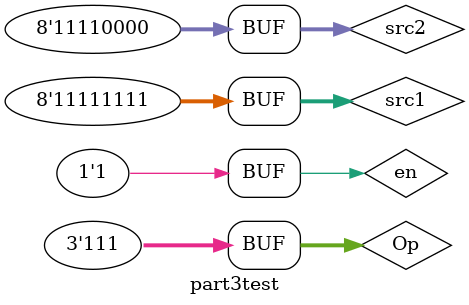
<source format=v>
`timescale 1ns / 1ps


module part3test();
    reg [7:0] src1, src2;
    reg en;
    reg [2:0]Op;
    wire zero;
    wire  [7:0] dst; 
    part3 uut(src1, src2,en,Op,zero,dst);
    
    initial begin
    en=0; src1=8'd4;src2=8'd5; Op=3'd0;#50;
    en=1;src1=8'd4;src2=8'd5; Op=3'd0;#50; //add
    
    en=1;src1=8'd10;src2=8'd10; Op=3'd1;#50; 
    
    en=1;src1=8'd46; Op=3'd2;#50; 
     
    en=1;src1=8'd10; Op=3'd3;#50; 
      
    en=1;src1=8'b01010101;src2=8'b11110000; Op=3'd4;#50; 
       
    en=1;src1=8'b01010101;src2=8'b11110000; Op=3'd5;#50; 
        
    en=1;src1=8'b01010101;src2=8'b11110000; Op=3'd6;#50; 
         
    en=1;src1=8'b11111111;Op=3'd7;#50; 
    end

endmodule

</source>
